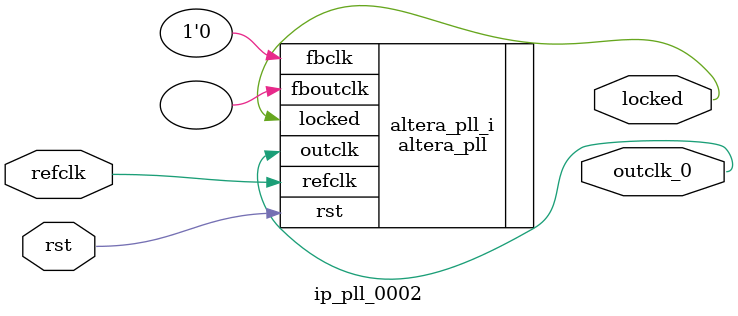
<source format=v>
`timescale 1ns/10ps
module  ip_pll_0002(

	// interface 'refclk'
	input wire refclk,

	// interface 'reset'
	input wire rst,

	// interface 'outclk0'
	output wire outclk_0,

	// interface 'locked'
	output wire locked
);

	altera_pll #(
		.fractional_vco_multiplier("false"),
		.reference_clock_frequency("50.0 MHz"),
		.operation_mode("direct"),
		.number_of_clocks(1),
		.output_clock_frequency0("1.843198 MHz"),
		.phase_shift0("0 ps"),
		.duty_cycle0(50),
		.output_clock_frequency1("0 MHz"),
		.phase_shift1("0 ps"),
		.duty_cycle1(50),
		.output_clock_frequency2("0 MHz"),
		.phase_shift2("0 ps"),
		.duty_cycle2(50),
		.output_clock_frequency3("0 MHz"),
		.phase_shift3("0 ps"),
		.duty_cycle3(50),
		.output_clock_frequency4("0 MHz"),
		.phase_shift4("0 ps"),
		.duty_cycle4(50),
		.output_clock_frequency5("0 MHz"),
		.phase_shift5("0 ps"),
		.duty_cycle5(50),
		.output_clock_frequency6("0 MHz"),
		.phase_shift6("0 ps"),
		.duty_cycle6(50),
		.output_clock_frequency7("0 MHz"),
		.phase_shift7("0 ps"),
		.duty_cycle7(50),
		.output_clock_frequency8("0 MHz"),
		.phase_shift8("0 ps"),
		.duty_cycle8(50),
		.output_clock_frequency9("0 MHz"),
		.phase_shift9("0 ps"),
		.duty_cycle9(50),
		.output_clock_frequency10("0 MHz"),
		.phase_shift10("0 ps"),
		.duty_cycle10(50),
		.output_clock_frequency11("0 MHz"),
		.phase_shift11("0 ps"),
		.duty_cycle11(50),
		.output_clock_frequency12("0 MHz"),
		.phase_shift12("0 ps"),
		.duty_cycle12(50),
		.output_clock_frequency13("0 MHz"),
		.phase_shift13("0 ps"),
		.duty_cycle13(50),
		.output_clock_frequency14("0 MHz"),
		.phase_shift14("0 ps"),
		.duty_cycle14(50),
		.output_clock_frequency15("0 MHz"),
		.phase_shift15("0 ps"),
		.duty_cycle15(50),
		.output_clock_frequency16("0 MHz"),
		.phase_shift16("0 ps"),
		.duty_cycle16(50),
		.output_clock_frequency17("0 MHz"),
		.phase_shift17("0 ps"),
		.duty_cycle17(50),
		.pll_type("General"),
		.pll_subtype("General")
	) altera_pll_i (
		.rst	(rst),
		.outclk	({outclk_0}),
		.locked	(locked),
		.fboutclk	( ),
		.fbclk	(1'b0),
		.refclk	(refclk)
	);
endmodule


</source>
